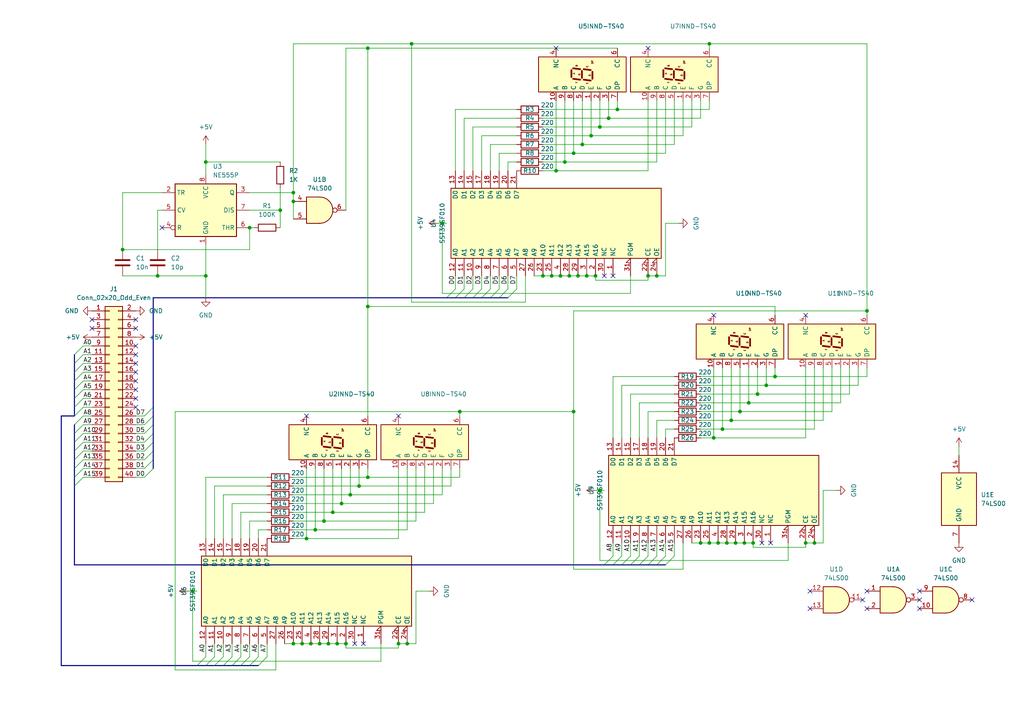
<source format=kicad_sch>
(kicad_sch (version 20211123) (generator eeschema)
  (paper "A4")
  (lib_symbols
    (symbol "74xx:74LS00" (pin_names (offset 1.016))
      (property "Reference" "U" (at 0 1.27 0))
      (property "Value" "74LS00" (at 0 -1.27 0))
      (symbol "74LS00_1_1"
        (pin input line (at -7.62 2.54 0) (length 3.81) (name "~") (number "1"))
        (pin input line (at -7.62 -2.54 0) (length 3.81) (name "~") (number "2"))
        (pin output inverted (at 7.62 0 180) (length 3.81) (name "~") (number "3"))
      )
      (symbol "74LS00_1_2"
        (pin input inverted (at -7.62 2.54 0) (length 4.318) (name "~") (number "1"))
        (pin input inverted (at -7.62 -2.54 0) (length 4.318) (name "~") (number "2"))
        (pin output line (at 7.62 0 180) (length 3.81) (name "~") (number "3"))
      )
      (symbol "74LS00_2_1"
        (pin input line (at -7.62 2.54 0) (length 3.81) (name "~") (number "4"))
        (pin input line (at -7.62 -2.54 0) (length 3.81) (name "~") (number "5"))
        (pin output inverted (at 7.62 0 180) (length 3.81) (name "~") (number "6"))
      )
      (symbol "74LS00_2_2"
        (pin input inverted (at -7.62 2.54 0) (length 4.318) (name "~") (number "4"))
        (pin input inverted (at -7.62 -2.54 0) (length 4.318) (name "~") (number "5"))
        (pin output line (at 7.62 0 180) (length 3.81) (name "~") (number "6"))
      )
      (symbol "74LS00_3_1"
        (pin input line (at -7.62 -2.54 0) (length 3.81) (name "~") (number "10"))
        (pin output inverted (at 7.62 0 180) (length 3.81) (name "~") (number "8"))
        (pin input line (at -7.62 2.54 0) (length 3.81) (name "~") (number "9"))
      )
      (symbol "74LS00_3_2"
        (pin input inverted (at -7.62 -2.54 0) (length 4.318) (name "~") (number "10"))
        (pin output line (at 7.62 0 180) (length 3.81) (name "~") (number "8"))
        (pin input inverted (at -7.62 2.54 0) (length 4.318) (name "~") (number "9"))
      )
      (symbol "74LS00_4_1"
        (pin output inverted (at 7.62 0 180) (length 3.81) (name "~") (number "11"))
        (pin input line (at -7.62 2.54 0) (length 3.81) (name "~") (number "12"))
        (pin input line (at -7.62 -2.54 0) (length 3.81) (name "~") (number "13"))
      )
      (symbol "74LS00_4_2"
        (pin output line (at 7.62 0 180) (length 3.81) (name "~") (number "11"))
        (pin input inverted (at -7.62 2.54 0) (length 4.318) (name "~") (number "12"))
        (pin input inverted (at -7.62 -2.54 0) (length 4.318) (name "~") (number "13"))
      )
      (symbol "74LS00_5_0"
        (pin power_in line (at 0 12.7 270) (length 5.08) (name "VCC") (number "14"))
        (pin power_in line (at 0 -12.7 90) (length 5.08) (name "GND") (number "7"))
      )
    )
    (symbol "Connector_Generic:Conn_02x20_Odd_Even" (pin_names (offset 1.016) hide)
      (property "Reference" "J" (at 1.27 25.4 0))
      (property "Value" "Conn_02x20_Odd_Even" (at 1.27 -27.94 0))
      (symbol "Conn_02x20_Odd_Even_1_1"
        (pin passive line (at -5.08 22.86 0) (length 3.81) (name "Pin_1") (number "1"))
        (pin passive line (at 7.62 12.7 180) (length 3.81) (name "Pin_10") (number "10"))
        (pin passive line (at -5.08 10.16 0) (length 3.81) (name "Pin_11") (number "11"))
        (pin passive line (at 7.62 10.16 180) (length 3.81) (name "Pin_12") (number "12"))
        (pin passive line (at -5.08 7.62 0) (length 3.81) (name "Pin_13") (number "13"))
        (pin passive line (at 7.62 7.62 180) (length 3.81) (name "Pin_14") (number "14"))
        (pin passive line (at -5.08 5.08 0) (length 3.81) (name "Pin_15") (number "15"))
        (pin passive line (at 7.62 5.08 180) (length 3.81) (name "Pin_16") (number "16"))
        (pin passive line (at -5.08 2.54 0) (length 3.81) (name "Pin_17") (number "17"))
        (pin passive line (at 7.62 2.54 180) (length 3.81) (name "Pin_18") (number "18"))
        (pin passive line (at -5.08 0 0) (length 3.81) (name "Pin_19") (number "19"))
        (pin passive line (at 7.62 22.86 180) (length 3.81) (name "Pin_2") (number "2"))
        (pin passive line (at 7.62 0 180) (length 3.81) (name "Pin_20") (number "20"))
        (pin passive line (at -5.08 -2.54 0) (length 3.81) (name "Pin_21") (number "21"))
        (pin passive line (at 7.62 -2.54 180) (length 3.81) (name "Pin_22") (number "22"))
        (pin passive line (at -5.08 -5.08 0) (length 3.81) (name "Pin_23") (number "23"))
        (pin passive line (at 7.62 -5.08 180) (length 3.81) (name "Pin_24") (number "24"))
        (pin passive line (at -5.08 -7.62 0) (length 3.81) (name "Pin_25") (number "25"))
        (pin passive line (at 7.62 -7.62 180) (length 3.81) (name "Pin_26") (number "26"))
        (pin passive line (at -5.08 -10.16 0) (length 3.81) (name "Pin_27") (number "27"))
        (pin passive line (at 7.62 -10.16 180) (length 3.81) (name "Pin_28") (number "28"))
        (pin passive line (at -5.08 -12.7 0) (length 3.81) (name "Pin_29") (number "29"))
        (pin passive line (at -5.08 20.32 0) (length 3.81) (name "Pin_3") (number "3"))
        (pin passive line (at 7.62 -12.7 180) (length 3.81) (name "Pin_30") (number "30"))
        (pin passive line (at -5.08 -15.24 0) (length 3.81) (name "Pin_31") (number "31"))
        (pin passive line (at 7.62 -15.24 180) (length 3.81) (name "Pin_32") (number "32"))
        (pin passive line (at -5.08 -17.78 0) (length 3.81) (name "Pin_33") (number "33"))
        (pin passive line (at 7.62 -17.78 180) (length 3.81) (name "Pin_34") (number "34"))
        (pin passive line (at -5.08 -20.32 0) (length 3.81) (name "Pin_35") (number "35"))
        (pin passive line (at 7.62 -20.32 180) (length 3.81) (name "Pin_36") (number "36"))
        (pin passive line (at -5.08 -22.86 0) (length 3.81) (name "Pin_37") (number "37"))
        (pin passive line (at 7.62 -22.86 180) (length 3.81) (name "Pin_38") (number "38"))
        (pin passive line (at -5.08 -25.4 0) (length 3.81) (name "Pin_39") (number "39"))
        (pin passive line (at 7.62 20.32 180) (length 3.81) (name "Pin_4") (number "4"))
        (pin passive line (at 7.62 -25.4 180) (length 3.81) (name "Pin_40") (number "40"))
        (pin passive line (at -5.08 17.78 0) (length 3.81) (name "Pin_5") (number "5"))
        (pin passive line (at 7.62 17.78 180) (length 3.81) (name "Pin_6") (number "6"))
        (pin passive line (at -5.08 15.24 0) (length 3.81) (name "Pin_7") (number "7"))
        (pin passive line (at 7.62 15.24 180) (length 3.81) (name "Pin_8") (number "8"))
        (pin passive line (at -5.08 12.7 0) (length 3.81) (name "Pin_9") (number "9"))
      )
    )
    (symbol "Device:C" (pin_numbers hide) (pin_names (offset 0.254))
      (property "Reference" "C" (at 0.635 2.54 0))
      (property "Value" "C" (at 0.635 -2.54 0))
      (symbol "C_1_1"
        (pin passive line (at 0 3.81 270) (length 2.794) (name "~") (number "1"))
        (pin passive line (at 0 -3.81 90) (length 2.794) (name "~") (number "2"))
      )
    )
    (symbol "Device:R" (pin_numbers hide) (pin_names (offset 0))
      (property "Reference" "R" (at 2.032 0 90))
      (property "Value" "R" (at 0 0 90))
      (symbol "R_1_1"
        (pin passive line (at 0 3.81 270) (length 1.27) (name "~") (number "1"))
        (pin passive line (at 0 -3.81 90) (length 1.27) (name "~") (number "2"))
      )
    )
    (symbol "INND-TS40_1"
      (property "Reference" "U8" (at 13.97 1.2701 90))
      (property "Value" "INND-TS40" (at 13.97 -1.2699 90))
      (symbol "INND-TS40_1_1_0"
        (text "A" (at 0.254 2.413 0) (effects (font (size 0.508 0.508))))
        (text "B" (at 2.54 1.651 0) (effects (font (size 0.508 0.508))))
        (text "C" (at 2.286 -1.397 0) (effects (font (size 0.508 0.508))))
        (text "D" (at -0.254 -2.159 0) (effects (font (size 0.508 0.508))))
        (text "DP" (at 3.556 -2.921 0) (effects (font (size 0.508 0.508))))
        (text "E" (at -2.54 -1.397 0) (effects (font (size 0.508 0.508))))
        (text "F" (at -2.286 1.651 0) (effects (font (size 0.508 0.508))))
        (text "G" (at 0 0.889 0) (effects (font (size 0.508 0.508))))
      )
      (symbol "INND-TS40_1_1_1"
        (pin input line (at -7.62 -2.54 0) (length 2.54) (name "E") (number "1"))
        (pin input line (at -7.62 7.62 0) (length 2.54) (name "A") (number "10"))
        (pin input line (at -7.62 -5.08 0) (length 2.54) (name "F") (number "2"))
        (pin input line (at -7.62 -7.62 0) (length 2.54) (name "G") (number "3"))
        (pin input line (at 7.62 7.62 180) (length 2.54) (name "NC") (number "4"))
        (pin input line (at -7.62 0 0) (length 2.54) (name "D") (number "5"))
        (pin input line (at 7.62 -10.16 180) (length 2.54) (name "CC") (number "6"))
        (pin input line (at -7.62 -10.16 0) (length 2.54) (name "DP") (number "7"))
        (pin input line (at -7.62 2.54 0) (length 2.54) (name "C") (number "8"))
        (pin input line (at -7.62 5.08 0) (length 2.54) (name "B") (number "9"))
      )
    )
    (symbol "Memory_Flash:SST39SF010"
      (property "Reference" "U" (at 2.54 33.02 0))
      (property "Value" "SST39SF010" (at 0 -30.48 0))
      (symbol "SST39SF010_0_0"
        (pin power_in line (at 0 -30.48 90) (length 1.27) hide (name "GND") (number "16"))
        (pin power_in line (at 0 33.02 270) (length 1.27) hide (name "VCC") (number "32"))
      )
      (symbol "SST39SF010_1_1"
        (pin input line (at -15.24 -15.24 0) (length 5.08) (name "NC") (number "1"))
        (pin input line (at -15.24 25.4 0) (length 5.08) (name "A2") (number "10"))
        (pin input line (at -15.24 27.94 0) (length 5.08) (name "A1") (number "11"))
        (pin input line (at -15.24 30.48 0) (length 5.08) (name "A0") (number "12"))
        (pin tri_state line (at 15.24 30.48 180) (length 5.08) (name "D0") (number "13"))
        (pin tri_state line (at 15.24 27.94 180) (length 5.08) (name "D1") (number "14"))
        (pin tri_state line (at 15.24 25.4 180) (length 5.08) (name "D2") (number "15"))
        (pin tri_state line (at 15.24 22.86 180) (length 5.08) (name "D3") (number "17"))
        (pin tri_state line (at 15.24 20.32 180) (length 5.08) (name "D4") (number "18"))
        (pin tri_state line (at 15.24 17.78 180) (length 5.08) (name "D5") (number "19"))
        (pin input line (at -15.24 -10.16 0) (length 5.08) (name "A16") (number "2"))
        (pin tri_state line (at 15.24 15.24 180) (length 5.08) (name "D6") (number "20"))
        (pin tri_state line (at 15.24 12.7 180) (length 5.08) (name "D7") (number "21"))
        (pin input input_low (at -15.24 -25.4 0) (length 5.08) (name "CE") (number "22"))
        (pin input line (at -15.24 5.08 0) (length 5.08) (name "A10") (number "23"))
        (pin input input_low (at -15.24 -27.94 0) (length 5.08) (name "OE") (number "24"))
        (pin input line (at -15.24 2.54 0) (length 5.08) (name "A11") (number "25"))
        (pin input line (at -15.24 7.62 0) (length 5.08) (name "A9") (number "26"))
        (pin input line (at -15.24 10.16 0) (length 5.08) (name "A8") (number "27"))
        (pin input line (at -15.24 -2.54 0) (length 5.08) (name "A13") (number "28"))
        (pin input line (at -15.24 -5.08 0) (length 5.08) (name "A14") (number "29"))
        (pin input line (at -15.24 -7.62 0) (length 5.08) (name "A15") (number "3"))
        (pin input line (at -15.24 -12.7 0) (length 5.08) (name "NC") (number "30"))
        (pin input input_low (at -15.24 -20.32 0) (length 5.08) (name "PGM") (number "31"))
        (pin input line (at -15.24 0 0) (length 5.08) (name "A12") (number "4"))
        (pin input line (at -15.24 12.7 0) (length 5.08) (name "A7") (number "5"))
        (pin input line (at -15.24 15.24 0) (length 5.08) (name "A6") (number "6"))
        (pin input line (at -15.24 17.78 0) (length 5.08) (name "A5") (number "7"))
        (pin input line (at -15.24 20.32 0) (length 5.08) (name "A4") (number "8"))
        (pin input line (at -15.24 22.86 0) (length 5.08) (name "A3") (number "9"))
      )
    )
    (symbol "Timer:NE555P"
      (property "Reference" "U" (at -10.16 8.89 0))
      (property "Value" "NE555P" (at 2.54 8.89 0))
      (symbol "NE555P_0_0"
        (pin power_in line (at 0 -10.16 90) (length 2.54) (name "GND") (number "1"))
        (pin power_in line (at 0 10.16 270) (length 2.54) (name "VCC") (number "8"))
      )
      (symbol "NE555P_1_1"
        (pin input line (at -12.7 5.08 0) (length 3.81) (name "TR") (number "2"))
        (pin output line (at 12.7 5.08 180) (length 3.81) (name "Q") (number "3"))
        (pin input inverted (at -12.7 -5.08 0) (length 3.81) (name "R") (number "4"))
        (pin input line (at -12.7 0 0) (length 3.81) (name "CV") (number "5"))
        (pin input line (at 12.7 -5.08 180) (length 3.81) (name "THR") (number "6"))
        (pin input line (at 12.7 0 180) (length 3.81) (name "DIS") (number "7"))
      )
    )
    (symbol "power:+5V" (power) (pin_names (offset 0))
      (property "Value" "+5V" (at 0 3.556 0))
      (symbol "+5V_1_1"
        (pin power_in line (at 0 0 90) (length 0) hide (name "+5V") (number "1"))
      )
    )
    (symbol "power:GND" (power) (pin_names (offset 0))
      (property "Value" "GND" (at 0 -3.81 0))
      (symbol "GND_1_1"
        (pin power_in line (at 0 0 270) (length 0) hide (name "GND") (number "1"))
      )
    )
  )
  (junction (at 104.14 140.97))
  (junction (at 173.99 142.24))
  (junction (at 133.35 119.38))
  (junction (at 35.56 72.39))
  (junction (at 209.55 124.46))
  (junction (at 85.09 55.88))
  (junction (at 59.69 46.99))
  (junction (at 85.09 186.69))
  (junction (at 162.56 80.01))
  (junction (at 219.71 114.3))
  (junction (at 106.68 88.9))
  (junction (at 205.74 157.48))
  (junction (at 210.82 157.48))
  (junction (at 165.1 80.01))
  (junction (at 170.18 80.01))
  (junction (at 215.9 157.48))
  (junction (at 93.98 151.13))
  (junction (at 97.79 186.69))
  (junction (at 166.37 119.38))
  (junction (at 85.09 58.42))
  (junction (at 214.63 119.38))
  (junction (at 81.28 60.96))
  (junction (at 173.99 36.83))
  (junction (at 88.9 156.21))
  (junction (at 233.68 157.48))
  (junction (at 92.71 186.69))
  (junction (at 218.44 157.48))
  (junction (at 59.69 80.01))
  (junction (at 212.09 121.92))
  (junction (at 251.46 90.17))
  (junction (at 161.29 49.53))
  (junction (at 179.07 31.75))
  (junction (at 176.53 34.29))
  (junction (at 205.74 12.7))
  (junction (at 224.79 109.22))
  (junction (at 95.25 186.69))
  (junction (at 160.02 80.01))
  (junction (at 128.27 64.77))
  (junction (at 187.96 80.01))
  (junction (at 213.36 157.48))
  (junction (at 55.88 171.45))
  (junction (at 163.83 46.99))
  (junction (at 157.48 80.01))
  (junction (at 119.38 12.7))
  (junction (at 118.11 186.69))
  (junction (at 208.28 157.48))
  (junction (at 106.68 13.97))
  (junction (at 190.5 80.01))
  (junction (at 168.91 41.91))
  (junction (at 106.68 138.43))
  (junction (at 87.63 186.69))
  (junction (at 101.6 143.51))
  (junction (at 100.33 186.69))
  (junction (at 207.01 127))
  (junction (at 172.72 80.01))
  (junction (at 91.44 153.67))
  (junction (at 166.37 44.45))
  (junction (at 115.57 186.69))
  (junction (at 203.2 157.48))
  (junction (at 90.17 186.69))
  (junction (at 222.25 111.76))
  (junction (at 72.39 66.04))
  (junction (at 236.22 157.48))
  (junction (at 96.52 148.59))
  (junction (at 217.17 116.84))
  (junction (at 99.06 146.05))
  (junction (at 167.64 80.01))
  (junction (at 171.45 39.37))
  (junction (at 45.72 80.01))
  (no_connect (at 105.41 186.69))
  (no_connect (at 175.26 80.01))
  (no_connect (at 177.8 80.01))
  (no_connect (at 220.98 157.48))
  (no_connect (at 39.37 100.33))
  (no_connect (at 39.37 113.03))
  (no_connect (at 26.67 95.25))
  (no_connect (at 26.67 92.71))
  (no_connect (at 39.37 92.71))
  (no_connect (at 39.37 95.25))
  (no_connect (at 39.37 102.87))
  (no_connect (at 39.37 105.41))
  (no_connect (at 39.37 107.95))
  (no_connect (at 39.37 110.49))
  (no_connect (at 39.37 118.11))
  (no_connect (at 39.37 115.57))
  (no_connect (at 251.46 171.45))
  (no_connect (at 251.46 176.53))
  (no_connect (at 266.7 173.99))
  (no_connect (at 207.01 91.44))
  (no_connect (at 88.9 120.65))
  (no_connect (at 115.57 120.65))
  (no_connect (at 234.95 171.45))
  (no_connect (at 234.95 176.53))
  (no_connect (at 266.7 176.53))
  (no_connect (at 266.7 171.45))
  (no_connect (at 102.87 186.69))
  (no_connect (at 223.52 157.48))
  (no_connect (at 46.99 66.04))
  (no_connect (at 187.96 13.97))
  (no_connect (at 161.29 13.97))
  (no_connect (at 250.19 173.99))
  (no_connect (at 281.94 173.99))
  (no_connect (at 233.68 91.44))
  (bus_entry (at 137.16 86.36) (size 2.54 -2.54))
  (bus_entry (at 134.62 86.36) (size 2.54 -2.54))
  (bus_entry (at 129.54 86.36) (size 2.54 -2.54))
  (bus_entry (at 132.08 86.36) (size 2.54 -2.54))
  (bus_entry (at 142.24 86.36) (size 2.54 -2.54))
  (bus_entry (at 139.7 86.36) (size 2.54 -2.54))
  (bus_entry (at 187.96 163.83) (size 2.54 -2.54))
  (bus_entry (at 193.04 163.83) (size 2.54 -2.54))
  (bus_entry (at 72.39 193.04) (size 2.54 -2.54))
  (bus_entry (at 64.77 193.04) (size 2.54 -2.54))
  (bus_entry (at 182.88 163.83) (size 2.54 -2.54))
  (bus_entry (at 21.59 115.57) (size 2.54 -2.54))
  (bus_entry (at 21.59 118.11) (size 2.54 -2.54))
  (bus_entry (at 21.59 120.65) (size 2.54 -2.54))
  (bus_entry (at 21.59 113.03) (size 2.54 -2.54))
  (bus_entry (at 21.59 133.35) (size 2.54 -2.54))
  (bus_entry (at 21.59 130.81) (size 2.54 -2.54))
  (bus_entry (at 21.59 135.89) (size 2.54 -2.54))
  (bus_entry (at 21.59 138.43) (size 2.54 -2.54))
  (bus_entry (at 21.59 123.19) (size 2.54 -2.54))
  (bus_entry (at 21.59 128.27) (size 2.54 -2.54))
  (bus_entry (at 21.59 125.73) (size 2.54 -2.54))
  (bus_entry (at 21.59 102.87) (size 2.54 -2.54))
  (bus_entry (at 21.59 105.41) (size 2.54 -2.54))
  (bus_entry (at 21.59 110.49) (size 2.54 -2.54))
  (bus_entry (at 21.59 107.95) (size 2.54 -2.54))
  (bus_entry (at 41.91 138.43) (size 2.54 -2.54))
  (bus_entry (at 41.91 135.89) (size 2.54 -2.54))
  (bus_entry (at 41.91 123.19) (size 2.54 -2.54))
  (bus_entry (at 41.91 128.27) (size 2.54 -2.54))
  (bus_entry (at 41.91 125.73) (size 2.54 -2.54))
  (bus_entry (at 21.59 140.97) (size 2.54 -2.54))
  (bus_entry (at 41.91 133.35) (size 2.54 -2.54))
  (bus_entry (at 41.91 130.81) (size 2.54 -2.54))
  (bus_entry (at 41.91 120.65) (size 2.54 -2.54))
  (bus_entry (at 177.8 163.83) (size 2.54 -2.54))
  (bus_entry (at 190.5 163.83) (size 2.54 -2.54))
  (bus_entry (at 175.26 163.83) (size 2.54 -2.54))
  (bus_entry (at 59.69 193.04) (size 2.54 -2.54))
  (bus_entry (at 57.15 193.04) (size 2.54 -2.54))
  (bus_entry (at 180.34 163.83) (size 2.54 -2.54))
  (bus_entry (at 74.93 193.04) (size 2.54 -2.54))
  (bus_entry (at 62.23 193.04) (size 2.54 -2.54))
  (bus_entry (at 67.31 193.04) (size 2.54 -2.54))
  (bus_entry (at 185.42 163.83) (size 2.54 -2.54))
  (bus_entry (at 69.85 193.04) (size 2.54 -2.54))
  (bus_entry (at 144.78 86.36) (size 2.54 -2.54))
  (bus_entry (at 147.32 86.36) (size 2.54 -2.54))
  (wire (pts (xy 157.48 49.53) (xy 161.29 49.53)))
  (wire (pts (xy 175.26 142.24) (xy 173.99 142.24)))
  (wire (pts (xy 217.17 116.84) (xy 203.2 116.84)))
  (wire (pts (xy 193.04 80.01) (xy 190.5 80.01)))
  (wire (pts (xy 251.46 90.17) (xy 251.46 91.44)))
  (wire (pts (xy 115.57 186.69) (xy 118.11 186.69)))
  (wire (pts (xy 149.86 39.37) (xy 139.7 39.37)))
  (wire (pts (xy 149.86 80.01) (xy 149.86 83.82)))
  (bus (pts (xy 21.59 113.03) (xy 21.59 115.57)))
  (wire (pts (xy 110.49 186.69) (xy 110.49 191.77)))
  (wire (pts (xy 85.09 151.13) (xy 93.98 151.13)))
  (wire (pts (xy 59.69 80.01) (xy 45.72 80.01)))
  (wire (pts (xy 59.69 71.12) (xy 59.69 80.01)))
  (wire (pts (xy 246.38 114.3) (xy 219.71 114.3)))
  (wire (pts (xy 241.3 119.38) (xy 214.63 119.38)))
  (bus (pts (xy 129.54 86.36) (xy 44.45 86.36)))
  (bus (pts (xy 21.59 138.43) (xy 21.59 140.97)))
  (wire (pts (xy 57.15 171.45) (xy 55.88 171.45)))
  (wire (pts (xy 246.38 106.68) (xy 246.38 114.3)))
  (bus (pts (xy 72.39 193.04) (xy 74.93 193.04)))
  (wire (pts (xy 99.06 146.05) (xy 85.09 146.05)))
  (wire (pts (xy 238.76 142.24) (xy 238.76 157.48)))
  (wire (pts (xy 55.88 191.77) (xy 55.88 171.45)))
  (wire (pts (xy 195.58 114.3) (xy 182.88 114.3)))
  (wire (pts (xy 144.78 80.01) (xy 144.78 83.82)))
  (bus (pts (xy 144.78 86.36) (xy 147.32 86.36)))
  (wire (pts (xy 187.96 80.01) (xy 190.5 80.01)))
  (wire (pts (xy 93.98 151.13) (xy 93.98 135.89)))
  (wire (pts (xy 115.57 186.69) (xy 115.57 187.96)))
  (bus (pts (xy 21.59 125.73) (xy 21.59 128.27)))
  (wire (pts (xy 200.66 157.48) (xy 203.2 157.48)))
  (wire (pts (xy 195.58 29.21) (xy 195.58 41.91)))
  (wire (pts (xy 195.58 124.46) (xy 193.04 124.46)))
  (wire (pts (xy 200.66 36.83) (xy 173.99 36.83)))
  (wire (pts (xy 198.12 39.37) (xy 171.45 39.37)))
  (wire (pts (xy 134.62 34.29) (xy 134.62 49.53)))
  (wire (pts (xy 251.46 106.68) (xy 251.46 109.22)))
  (wire (pts (xy 173.99 142.24) (xy 172.72 142.24)))
  (wire (pts (xy 130.81 135.89) (xy 130.81 140.97)))
  (wire (pts (xy 74.93 153.67) (xy 74.93 156.21)))
  (wire (pts (xy 67.31 186.69) (xy 67.31 190.5)))
  (wire (pts (xy 203.2 34.29) (xy 176.53 34.29)))
  (wire (pts (xy 80.01 194.31) (xy 50.8 194.31)))
  (wire (pts (xy 198.12 165.1) (xy 166.37 165.1)))
  (wire (pts (xy 157.48 31.75) (xy 179.07 31.75)))
  (wire (pts (xy 24.13 115.57) (xy 26.67 115.57)))
  (bus (pts (xy 187.96 163.83) (xy 190.5 163.83)))
  (wire (pts (xy 187.96 119.38) (xy 187.96 127)))
  (wire (pts (xy 55.88 171.45) (xy 54.61 171.45)))
  (wire (pts (xy 203.2 29.21) (xy 203.2 34.29)))
  (wire (pts (xy 133.35 119.38) (xy 166.37 119.38)))
  (wire (pts (xy 149.86 34.29) (xy 134.62 34.29)))
  (wire (pts (xy 125.73 135.89) (xy 125.73 146.05)))
  (bus (pts (xy 180.34 163.83) (xy 182.88 163.83)))
  (wire (pts (xy 241.3 106.68) (xy 241.3 119.38)))
  (wire (pts (xy 180.34 157.48) (xy 180.34 161.29)))
  (wire (pts (xy 85.09 186.69) (xy 87.63 186.69)))
  (wire (pts (xy 88.9 156.21) (xy 88.9 135.89)))
  (wire (pts (xy 82.55 186.69) (xy 85.09 186.69)))
  (bus (pts (xy 44.45 118.11) (xy 44.45 120.65)))
  (wire (pts (xy 85.09 12.7) (xy 119.38 12.7)))
  (wire (pts (xy 24.13 107.95) (xy 26.67 107.95)))
  (wire (pts (xy 106.68 135.89) (xy 106.68 138.43)))
  (wire (pts (xy 190.5 121.92) (xy 190.5 127)))
  (wire (pts (xy 119.38 12.7) (xy 119.38 87.63)))
  (wire (pts (xy 224.79 88.9) (xy 224.79 91.44)))
  (wire (pts (xy 72.39 55.88) (xy 85.09 55.88)))
  (wire (pts (xy 152.4 87.63) (xy 119.38 87.63)))
  (wire (pts (xy 157.48 36.83) (xy 173.99 36.83)))
  (wire (pts (xy 203.2 109.22) (xy 224.79 109.22)))
  (bus (pts (xy 64.77 193.04) (xy 67.31 193.04)))
  (wire (pts (xy 238.76 121.92) (xy 212.09 121.92)))
  (wire (pts (xy 39.37 130.81) (xy 41.91 130.81)))
  (bus (pts (xy 44.45 130.81) (xy 44.45 133.35)))
  (wire (pts (xy 149.86 31.75) (xy 132.08 31.75)))
  (wire (pts (xy 187.96 29.21) (xy 187.96 49.53)))
  (wire (pts (xy 124.46 171.45) (xy 120.65 171.45)))
  (wire (pts (xy 95.25 186.69) (xy 97.79 186.69)))
  (wire (pts (xy 187.96 157.48) (xy 187.96 161.29)))
  (wire (pts (xy 133.35 119.38) (xy 133.35 120.65)))
  (wire (pts (xy 203.2 121.92) (xy 212.09 121.92)))
  (wire (pts (xy 149.86 41.91) (xy 142.24 41.91)))
  (wire (pts (xy 24.13 135.89) (xy 26.67 135.89)))
  (wire (pts (xy 203.2 119.38) (xy 214.63 119.38)))
  (wire (pts (xy 176.53 34.29) (xy 157.48 34.29)))
  (wire (pts (xy 59.69 41.91) (xy 59.69 46.99)))
  (wire (pts (xy 233.68 157.48) (xy 236.22 157.48)))
  (wire (pts (xy 172.72 81.28) (xy 172.72 80.01)))
  (bus (pts (xy 21.59 115.57) (xy 21.59 118.11)))
  (bus (pts (xy 17.78 120.65) (xy 17.78 193.04)))
  (wire (pts (xy 72.39 60.96) (xy 81.28 60.96)))
  (wire (pts (xy 157.48 41.91) (xy 168.91 41.91)))
  (wire (pts (xy 195.58 119.38) (xy 187.96 119.38)))
  (wire (pts (xy 205.74 29.21) (xy 205.74 31.75)))
  (wire (pts (xy 128.27 85.09) (xy 128.27 64.77)))
  (wire (pts (xy 106.68 88.9) (xy 224.79 88.9)))
  (bus (pts (xy 177.8 163.83) (xy 180.34 163.83)))
  (wire (pts (xy 106.68 13.97) (xy 179.07 13.97)))
  (wire (pts (xy 242.57 142.24) (xy 238.76 142.24)))
  (wire (pts (xy 167.64 80.01) (xy 170.18 80.01)))
  (wire (pts (xy 46.99 60.96) (xy 45.72 60.96)))
  (wire (pts (xy 205.74 157.48) (xy 208.28 157.48)))
  (wire (pts (xy 91.44 135.89) (xy 91.44 153.67)))
  (wire (pts (xy 205.74 31.75) (xy 179.07 31.75)))
  (wire (pts (xy 128.27 143.51) (xy 101.6 143.51)))
  (wire (pts (xy 115.57 187.96) (xy 100.33 187.96)))
  (bus (pts (xy 57.15 193.04) (xy 59.69 193.04)))
  (wire (pts (xy 217.17 106.68) (xy 217.17 116.84)))
  (wire (pts (xy 207.01 127) (xy 207.01 106.68)))
  (wire (pts (xy 24.13 113.03) (xy 26.67 113.03)))
  (wire (pts (xy 193.04 124.46) (xy 193.04 127)))
  (wire (pts (xy 190.5 46.99) (xy 163.83 46.99)))
  (wire (pts (xy 80.01 186.69) (xy 80.01 194.31)))
  (bus (pts (xy 21.59 163.83) (xy 175.26 163.83)))
  (wire (pts (xy 45.72 60.96) (xy 45.72 72.39)))
  (wire (pts (xy 24.13 105.41) (xy 26.67 105.41)))
  (wire (pts (xy 154.94 80.01) (xy 157.48 80.01)))
  (wire (pts (xy 87.63 186.69) (xy 90.17 186.69)))
  (wire (pts (xy 144.78 44.45) (xy 144.78 49.53)))
  (bus (pts (xy 44.45 120.65) (xy 44.45 123.19)))
  (wire (pts (xy 228.6 162.56) (xy 173.99 162.56)))
  (wire (pts (xy 99.06 135.89) (xy 99.06 146.05)))
  (wire (pts (xy 185.42 157.48) (xy 185.42 161.29)))
  (wire (pts (xy 120.65 186.69) (xy 118.11 186.69)))
  (wire (pts (xy 24.13 100.33) (xy 26.67 100.33)))
  (wire (pts (xy 187.96 80.01) (xy 187.96 81.28)))
  (wire (pts (xy 81.28 66.04) (xy 81.28 60.96)))
  (wire (pts (xy 50.8 119.38) (xy 133.35 119.38)))
  (wire (pts (xy 203.2 127) (xy 207.01 127)))
  (wire (pts (xy 96.52 148.59) (xy 96.52 135.89)))
  (wire (pts (xy 101.6 143.51) (xy 101.6 135.89)))
  (wire (pts (xy 120.65 151.13) (xy 93.98 151.13)))
  (wire (pts (xy 77.47 143.51) (xy 64.77 143.51)))
  (wire (pts (xy 195.58 111.76) (xy 180.34 111.76)))
  (wire (pts (xy 149.86 46.99) (xy 147.32 46.99)))
  (wire (pts (xy 100.33 13.97) (xy 100.33 60.96)))
  (bus (pts (xy 21.59 102.87) (xy 21.59 105.41)))
  (wire (pts (xy 35.56 72.39) (xy 72.39 72.39)))
  (wire (pts (xy 213.36 157.48) (xy 215.9 157.48)))
  (wire (pts (xy 69.85 186.69) (xy 69.85 190.5)))
  (wire (pts (xy 90.17 186.69) (xy 92.71 186.69)))
  (wire (pts (xy 97.79 186.69) (xy 100.33 186.69)))
  (wire (pts (xy 203.2 157.48) (xy 205.74 157.48)))
  (wire (pts (xy 182.88 80.01) (xy 182.88 85.09)))
  (wire (pts (xy 130.81 140.97) (xy 104.14 140.97)))
  (wire (pts (xy 123.19 148.59) (xy 96.52 148.59)))
  (bus (pts (xy 142.24 86.36) (xy 144.78 86.36)))
  (wire (pts (xy 173.99 36.83) (xy 173.99 29.21)))
  (wire (pts (xy 64.77 186.69) (xy 64.77 190.5)))
  (wire (pts (xy 110.49 191.77) (xy 55.88 191.77)))
  (wire (pts (xy 100.33 13.97) (xy 106.68 13.97)))
  (wire (pts (xy 39.37 133.35) (xy 41.91 133.35)))
  (wire (pts (xy 195.58 41.91) (xy 168.91 41.91)))
  (wire (pts (xy 218.44 158.75) (xy 218.44 157.48)))
  (wire (pts (xy 149.86 44.45) (xy 144.78 44.45)))
  (wire (pts (xy 77.47 148.59) (xy 69.85 148.59)))
  (wire (pts (xy 248.92 106.68) (xy 248.92 111.76)))
  (wire (pts (xy 190.5 29.21) (xy 190.5 46.99)))
  (wire (pts (xy 106.68 13.97) (xy 106.68 88.9)))
  (wire (pts (xy 215.9 157.48) (xy 218.44 157.48)))
  (wire (pts (xy 166.37 90.17) (xy 251.46 90.17)))
  (wire (pts (xy 120.65 171.45) (xy 120.65 186.69)))
  (wire (pts (xy 39.37 138.43) (xy 41.91 138.43)))
  (bus (pts (xy 17.78 193.04) (xy 57.15 193.04)))
  (wire (pts (xy 219.71 114.3) (xy 219.71 106.68)))
  (bus (pts (xy 21.59 130.81) (xy 21.59 133.35)))
  (bus (pts (xy 69.85 193.04) (xy 72.39 193.04)))
  (wire (pts (xy 39.37 135.89) (xy 41.91 135.89)))
  (wire (pts (xy 24.13 110.49) (xy 26.67 110.49)))
  (wire (pts (xy 85.09 148.59) (xy 96.52 148.59)))
  (wire (pts (xy 222.25 111.76) (xy 203.2 111.76)))
  (wire (pts (xy 233.68 157.48) (xy 233.68 158.75)))
  (wire (pts (xy 187.96 49.53) (xy 161.29 49.53)))
  (wire (pts (xy 233.68 127) (xy 207.01 127)))
  (wire (pts (xy 243.84 106.68) (xy 243.84 116.84)))
  (wire (pts (xy 24.13 102.87) (xy 26.67 102.87)))
  (wire (pts (xy 24.13 133.35) (xy 26.67 133.35)))
  (wire (pts (xy 142.24 41.91) (xy 142.24 49.53)))
  (bus (pts (xy 67.31 193.04) (xy 69.85 193.04)))
  (wire (pts (xy 228.6 157.48) (xy 228.6 162.56)))
  (wire (pts (xy 165.1 80.01) (xy 167.64 80.01)))
  (bus (pts (xy 21.59 140.97) (xy 21.59 163.83)))
  (bus (pts (xy 21.59 107.95) (xy 21.59 110.49)))
  (wire (pts (xy 91.44 153.67) (xy 85.09 153.67)))
  (wire (pts (xy 104.14 140.97) (xy 85.09 140.97)))
  (wire (pts (xy 62.23 186.69) (xy 62.23 190.5)))
  (wire (pts (xy 163.83 29.21) (xy 163.83 46.99)))
  (bus (pts (xy 59.69 193.04) (xy 62.23 193.04)))
  (wire (pts (xy 182.88 114.3) (xy 182.88 127)))
  (wire (pts (xy 77.47 146.05) (xy 67.31 146.05)))
  (wire (pts (xy 77.47 138.43) (xy 59.69 138.43)))
  (wire (pts (xy 77.47 151.13) (xy 72.39 151.13)))
  (wire (pts (xy 115.57 135.89) (xy 115.57 156.21)))
  (wire (pts (xy 137.16 80.01) (xy 137.16 83.82)))
  (wire (pts (xy 85.09 143.51) (xy 101.6 143.51)))
  (wire (pts (xy 118.11 135.89) (xy 118.11 153.67)))
  (wire (pts (xy 85.09 156.21) (xy 88.9 156.21)))
  (wire (pts (xy 24.13 128.27) (xy 26.67 128.27)))
  (wire (pts (xy 198.12 157.48) (xy 198.12 165.1)))
  (wire (pts (xy 128.27 64.77) (xy 127 64.77)))
  (wire (pts (xy 198.12 29.21) (xy 198.12 39.37)))
  (wire (pts (xy 233.68 158.75) (xy 218.44 158.75)))
  (wire (pts (xy 193.04 157.48) (xy 193.04 161.29)))
  (bus (pts (xy 21.59 135.89) (xy 21.59 138.43)))
  (wire (pts (xy 203.2 114.3) (xy 219.71 114.3)))
  (wire (pts (xy 59.69 138.43) (xy 59.69 156.21)))
  (wire (pts (xy 190.5 157.48) (xy 190.5 161.29)))
  (wire (pts (xy 243.84 116.84) (xy 217.17 116.84)))
  (bus (pts (xy 44.45 125.73) (xy 44.45 128.27)))
  (wire (pts (xy 236.22 106.68) (xy 236.22 124.46)))
  (wire (pts (xy 171.45 29.21) (xy 171.45 39.37)))
  (wire (pts (xy 142.24 80.01) (xy 142.24 83.82)))
  (wire (pts (xy 238.76 106.68) (xy 238.76 121.92)))
  (wire (pts (xy 222.25 106.68) (xy 222.25 111.76)))
  (wire (pts (xy 157.48 44.45) (xy 166.37 44.45)))
  (wire (pts (xy 128.27 135.89) (xy 128.27 143.51)))
  (wire (pts (xy 161.29 49.53) (xy 161.29 29.21)))
  (wire (pts (xy 100.33 187.96) (xy 100.33 186.69)))
  (wire (pts (xy 187.96 81.28) (xy 172.72 81.28)))
  (wire (pts (xy 92.71 186.69) (xy 95.25 186.69)))
  (bus (pts (xy 21.59 123.19) (xy 21.59 125.73)))
  (bus (pts (xy 139.7 86.36) (xy 142.24 86.36)))
  (wire (pts (xy 182.88 157.48) (xy 182.88 161.29)))
  (wire (pts (xy 139.7 80.01) (xy 139.7 83.82)))
  (wire (pts (xy 196.85 64.77) (xy 193.04 64.77)))
  (bus (pts (xy 44.45 128.27) (xy 44.45 130.81)))
  (wire (pts (xy 193.04 64.77) (xy 193.04 80.01)))
  (wire (pts (xy 193.04 29.21) (xy 193.04 44.45)))
  (wire (pts (xy 129.54 64.77) (xy 128.27 64.77)))
  (wire (pts (xy 85.09 55.88) (xy 85.09 58.42)))
  (wire (pts (xy 59.69 46.99) (xy 81.28 46.99)))
  (wire (pts (xy 170.18 80.01) (xy 172.72 80.01)))
  (wire (pts (xy 214.63 119.38) (xy 214.63 106.68)))
  (wire (pts (xy 24.13 125.73) (xy 26.67 125.73)))
  (wire (pts (xy 251.46 109.22) (xy 224.79 109.22)))
  (wire (pts (xy 209.55 124.46) (xy 203.2 124.46)))
  (wire (pts (xy 77.47 186.69) (xy 77.47 190.5)))
  (bus (pts (xy 175.26 163.83) (xy 177.8 163.83)))
  (wire (pts (xy 149.86 36.83) (xy 137.16 36.83)))
  (wire (pts (xy 173.99 162.56) (xy 173.99 142.24)))
  (bus (pts (xy 44.45 133.35) (xy 44.45 135.89)))
  (wire (pts (xy 233.68 106.68) (xy 233.68 127)))
  (wire (pts (xy 119.38 12.7) (xy 205.74 12.7)))
  (wire (pts (xy 137.16 36.83) (xy 137.16 49.53)))
  (bus (pts (xy 132.08 86.36) (xy 134.62 86.36)))
  (wire (pts (xy 85.09 12.7) (xy 85.09 55.88)))
  (wire (pts (xy 118.11 153.67) (xy 91.44 153.67)))
  (wire (pts (xy 72.39 186.69) (xy 72.39 190.5)))
  (wire (pts (xy 35.56 55.88) (xy 35.56 72.39)))
  (wire (pts (xy 81.28 54.61) (xy 81.28 60.96)))
  (wire (pts (xy 171.45 39.37) (xy 157.48 39.37)))
  (wire (pts (xy 24.13 118.11) (xy 26.67 118.11)))
  (wire (pts (xy 72.39 66.04) (xy 73.66 66.04)))
  (wire (pts (xy 195.58 109.22) (xy 177.8 109.22)))
  (wire (pts (xy 208.28 157.48) (xy 210.82 157.48)))
  (wire (pts (xy 210.82 157.48) (xy 213.36 157.48)))
  (bus (pts (xy 129.54 86.36) (xy 132.08 86.36)))
  (wire (pts (xy 139.7 39.37) (xy 139.7 49.53)))
  (wire (pts (xy 125.73 146.05) (xy 99.06 146.05)))
  (wire (pts (xy 163.83 46.99) (xy 157.48 46.99)))
  (wire (pts (xy 238.76 157.48) (xy 236.22 157.48)))
  (wire (pts (xy 59.69 186.69) (xy 59.69 190.5)))
  (bus (pts (xy 21.59 105.41) (xy 21.59 107.95)))
  (wire (pts (xy 50.8 119.38) (xy 50.8 194.31)))
  (bus (pts (xy 185.42 163.83) (xy 187.96 163.83)))
  (wire (pts (xy 24.13 138.43) (xy 26.67 138.43)))
  (wire (pts (xy 236.22 124.46) (xy 209.55 124.46)))
  (wire (pts (xy 62.23 140.97) (xy 62.23 156.21)))
  (bus (pts (xy 190.5 163.83) (xy 193.04 163.83)))
  (wire (pts (xy 69.85 148.59) (xy 69.85 156.21)))
  (wire (pts (xy 39.37 128.27) (xy 41.91 128.27)))
  (wire (pts (xy 39.37 120.65) (xy 41.91 120.65)))
  (wire (pts (xy 85.09 58.42) (xy 85.09 63.5)))
  (bus (pts (xy 21.59 120.65) (xy 17.78 120.65)))
  (wire (pts (xy 104.14 135.89) (xy 104.14 140.97)))
  (wire (pts (xy 179.07 29.21) (xy 179.07 31.75)))
  (wire (pts (xy 209.55 106.68) (xy 209.55 124.46)))
  (wire (pts (xy 195.58 121.92) (xy 190.5 121.92)))
  (wire (pts (xy 134.62 80.01) (xy 134.62 83.82)))
  (bus (pts (xy 134.62 86.36) (xy 137.16 86.36)))
  (wire (pts (xy 67.31 146.05) (xy 67.31 156.21)))
  (wire (pts (xy 106.68 120.65) (xy 106.68 88.9)))
  (wire (pts (xy 200.66 29.21) (xy 200.66 36.83)))
  (wire (pts (xy 193.04 44.45) (xy 166.37 44.45)))
  (bus (pts (xy 182.88 163.83) (xy 185.42 163.83)))
  (wire (pts (xy 59.69 46.99) (xy 59.69 50.8)))
  (wire (pts (xy 176.53 29.21) (xy 176.53 34.29)))
  (wire (pts (xy 177.8 157.48) (xy 177.8 161.29)))
  (wire (pts (xy 64.77 143.51) (xy 64.77 156.21)))
  (wire (pts (xy 157.48 80.01) (xy 160.02 80.01)))
  (wire (pts (xy 248.92 111.76) (xy 222.25 111.76)))
  (wire (pts (xy 185.42 116.84) (xy 185.42 127)))
  (bus (pts (xy 44.45 86.36) (xy 44.45 118.11)))
  (wire (pts (xy 35.56 80.01) (xy 45.72 80.01)))
  (wire (pts (xy 195.58 116.84) (xy 185.42 116.84)))
  (wire (pts (xy 39.37 125.73) (xy 41.91 125.73)))
  (wire (pts (xy 24.13 123.19) (xy 26.67 123.19)))
  (wire (pts (xy 59.69 80.01) (xy 59.69 86.36)))
  (wire (pts (xy 133.35 135.89) (xy 133.35 138.43)))
  (wire (pts (xy 168.91 41.91) (xy 168.91 29.21)))
  (wire (pts (xy 166.37 44.45) (xy 166.37 29.21)))
  (wire (pts (xy 224.79 106.68) (xy 224.79 109.22)))
  (wire (pts (xy 39.37 123.19) (xy 41.91 123.19)))
  (wire (pts (xy 166.37 119.38) (xy 166.37 90.17)))
  (wire (pts (xy 177.8 109.22) (xy 177.8 127)))
  (wire (pts (xy 205.74 12.7) (xy 251.46 12.7)))
  (wire (pts (xy 77.47 140.97) (xy 62.23 140.97)))
  (bus (pts (xy 21.59 128.27) (xy 21.59 130.81)))
  (bus (pts (xy 44.45 123.19) (xy 44.45 125.73)))
  (wire (pts (xy 160.02 80.01) (xy 162.56 80.01)))
  (wire (pts (xy 182.88 85.09) (xy 128.27 85.09)))
  (bus (pts (xy 62.23 193.04) (xy 64.77 193.04)))
  (wire (pts (xy 212.09 121.92) (xy 212.09 106.68)))
  (bus (pts (xy 137.16 86.36) (xy 139.7 86.36)))
  (wire (pts (xy 46.99 55.88) (xy 35.56 55.88)))
  (wire (pts (xy 180.34 111.76) (xy 180.34 127)))
  (wire (pts (xy 24.13 130.81) (xy 26.67 130.81)))
  (wire (pts (xy 72.39 151.13) (xy 72.39 156.21)))
  (wire (pts (xy 132.08 31.75) (xy 132.08 49.53)))
  (wire (pts (xy 85.09 138.43) (xy 106.68 138.43)))
  (wire (pts (xy 72.39 72.39) (xy 72.39 66.04)))
  (wire (pts (xy 162.56 80.01) (xy 165.1 80.01)))
  (wire (pts (xy 123.19 135.89) (xy 123.19 148.59)))
  (wire (pts (xy 74.93 186.69) (xy 74.93 190.5)))
  (bus (pts (xy 21.59 118.11) (xy 21.59 120.65)))
  (wire (pts (xy 251.46 12.7) (xy 251.46 90.17)))
  (wire (pts (xy 147.32 46.99) (xy 147.32 49.53)))
  (wire (pts (xy 278.13 129.54) (xy 278.13 132.08)))
  (wire (pts (xy 77.47 153.67) (xy 74.93 153.67)))
  (wire (pts (xy 152.4 80.01) (xy 152.4 87.63)))
  (wire (pts (xy 133.35 138.43) (xy 106.68 138.43)))
  (wire (pts (xy 115.57 156.21) (xy 88.9 156.21)))
  (bus (pts (xy 21.59 133.35) (xy 21.59 135.89)))
  (bus (pts (xy 21.59 110.49) (xy 21.59 113.03)))
  (wire (pts (xy 205.74 12.7) (xy 205.74 13.97)))
  (wire (pts (xy 166.37 119.38) (xy 166.37 165.1)))
  (wire (pts (xy 120.65 135.89) (xy 120.65 151.13)))
  (wire (pts (xy 24.13 120.65) (xy 26.67 120.65)))
  (wire (pts (xy 147.32 80.01) (xy 147.32 83.82)))
  (wire (pts (xy 132.08 80.01) (xy 132.08 83.82)))
  (wire (pts (xy 195.58 157.48) (xy 195.58 161.29)))
  (label "A1" (at 62.23 189.23 90))
  (label "A6" (at 74.93 189.23 90))
  (label "A4" (at 69.85 189.23 90))
  (label "D6" (at 147.32 82.55 90))
  (label "A0" (at 59.69 189.23 90))
  (label "A0" (at 24.13 100.33 0))
  (label "A9" (at 180.34 160.02 90))
  (label "A8" (at 24.13 120.65 0))
  (label "D7" (at 149.86 82.55 90))
  (label "D6" (at 39.37 123.19 0))
  (label "A13" (at 190.5 160.02 90))
  (label "A1" (at 24.13 102.87 0))
  (label "A10" (at 24.13 125.73 0))
  (label "D4" (at 142.24 82.55 90))
  (label "A2" (at 64.77 189.23 90))
  (label "A7" (at 77.47 189.23 90))
  (label "A11" (at 185.42 160.02 90))
  (label "D2" (at 39.37 133.35 0))
  (label "D3" (at 139.7 82.55 90))
  (label "D5" (at 39.37 125.73 0))
  (label "A10" (at 182.88 160.02 90))
  (label "A5" (at 72.39 189.23 90))
  (label "A7" (at 24.13 118.11 0))
  (label "D2" (at 137.16 82.55 90))
  (label "A2" (at 24.13 105.41 0))
  (label "D3" (at 39.37 130.81 0))
  (label "A8" (at 177.8 160.02 90))
  (label "D0" (at 39.37 138.43 0))
  (label "A15" (at 24.13 138.43 0))
  (label "D7" (at 39.37 120.65 0))
  (label "D5" (at 144.78 82.55 90))
  (label "A3" (at 67.31 189.23 90))
  (label "A3" (at 24.13 107.95 0))
  (label "A14" (at 24.13 135.89 0))
  (label "D1" (at 39.37 135.89 0))
  (label "A4" (at 24.13 110.49 0))
  (label "A12" (at 187.96 160.02 90))
  (label "A11" (at 24.13 128.27 0))
  (label "D0" (at 132.08 82.55 90))
  (label "D1" (at 134.62 82.55 90))
  (label "A13" (at 24.13 133.35 0))
  (label "A9" (at 24.13 123.19 0))
  (label "A12" (at 24.13 130.81 0))
  (label "A5" (at 24.13 113.03 0))
  (label "A14" (at 193.04 160.02 90))
  (label "D4" (at 39.37 128.27 0))
  (label "A6" (at 24.13 115.57 0))
  (label "A15" (at 195.58 160.02 90))
  (symbol (lib_id "Device:R") (at 81.28 140.97 90) (unit 1)
    (property "Reference" "R12" (at 81.28 140.97 90))
    (property "Value" "220" (at 86.36 139.7 90))
    (property "Footprint" "Resistor_THT:R_Axial_DIN0204_L3.6mm_D1.6mm_P2.54mm_Vertical" (effects hide))
  )
  (symbol (lib_id "Device:R") (at 77.47 66.04 270) (unit 1)
    (property "Reference" "R1" (at 77.47 59.69 90))
    (property "Value" "100K" (at 77.47 62.23 90))
    (property "Footprint" "Resistor_THT:R_Axial_DIN0204_L3.6mm_D1.6mm_P2.54mm_Vertical" (effects hide))
  )
  (symbol (lib_id "Device:R") (at 199.39 111.76 90) (unit 1)
    (property "Reference" "R20" (at 199.39 111.76 90))
    (property "Value" "220" (at 204.47 110.49 90))
    (property "Footprint" "Resistor_THT:R_Axial_DIN0204_L3.6mm_D1.6mm_P2.54mm_Vertical" (effects hide))
  )
  (symbol (lib_id "power:GND") (at 124.46 171.45 90) (unit 1)
    (property "Reference" "#PWR0114" (effects hide))
    (property "Value" "GND" (at 129.54 171.45 0))
  )
  (symbol (lib_id "Device:R") (at 199.39 114.3 90) (unit 1)
    (property "Reference" "R21" (at 199.39 114.3 90))
    (property "Value" "220" (at 204.47 113.03 90))
    (property "Footprint" "Resistor_THT:R_Axial_DIN0204_L3.6mm_D1.6mm_P2.54mm_Vertical" (effects hide))
  )
  (symbol (lib_id "74xx:74LS00") (at 278.13 144.78 0) (unit 5)
    (property "Reference" "U1" (at 284.48 143.5099 0) (effects (justify left)))
    (property "Value" "74LS00" (at 284.48 146.0499 0) (effects (justify left)))
    (property "Footprint" "Package_DIP:DIP-14_W7.62mm" (effects hide))
    (property "Datasheet" "http://www.ti.com/lit/gpn/sn74ls00" (effects hide))
  )
  (symbol (lib_id "power:+5V") (at 127 64.77 90) (unit 1)
    (property "Reference" "#PWR0105" (effects hide))
    (property "Value" "+5V" (at 121.92 64.77 0))
  )
  (symbol (lib_id "74xx:74LS00") (at 259.08 173.99 0) (unit 1)
    (property "Reference" "U1" (at 259.08 165.1 0))
    (property "Value" "74LS00" (at 259.08 167.64 0))
    (property "Footprint" "Package_DIP:DIP-14_W7.62mm" (effects hide))
    (property "Datasheet" "http://www.ti.com/lit/gpn/sn74ls00" (effects hide))
  )
  (symbol (lib_id "Device:R") (at 153.67 46.99 90) (unit 1)
    (property "Reference" "R9" (at 153.67 46.99 90))
    (property "Value" "220" (at 158.75 45.72 90))
    (property "Footprint" "Resistor_THT:R_Axial_DIN0204_L3.6mm_D1.6mm_P2.54mm_Vertical" (effects hide))
  )
  (symbol (lib_id "Device:R") (at 199.39 124.46 90) (unit 1)
    (property "Reference" "R25" (at 199.39 124.46 90))
    (property "Value" "220" (at 204.47 123.19 90))
    (property "Footprint" "Resistor_THT:R_Axial_DIN0204_L3.6mm_D1.6mm_P2.54mm_Vertical" (effects hide))
  )
  (symbol (lib_id "Device:R") (at 153.67 34.29 90) (unit 1)
    (property "Reference" "R4" (at 153.67 34.29 90))
    (property "Value" "220" (at 158.75 33.02 90))
    (property "Footprint" "Resistor_THT:R_Axial_DIN0204_L3.6mm_D1.6mm_P2.54mm_Vertical" (effects hide))
  )
  (symbol (lib_id "Device:R") (at 153.67 36.83 90) (unit 1)
    (property "Reference" "R5" (at 153.67 36.83 90))
    (property "Value" "220" (at 158.75 35.56 90))
    (property "Footprint" "Resistor_THT:R_Axial_DIN0204_L3.6mm_D1.6mm_P2.54mm_Vertical" (effects hide))
  )
  (symbol (lib_id "power:GND") (at 59.69 86.36 0) (unit 1)
    (property "Reference" "#PWR0102" (effects hide))
    (property "Value" "GND" (at 59.69 91.44 0))
  )
  (symbol (lib_id "Device:R") (at 153.67 49.53 90) (unit 1)
    (property "Reference" "R10" (at 153.67 49.53 90))
    (property "Value" "220" (at 158.75 48.26 90))
    (property "Footprint" "Resistor_THT:R_Axial_DIN0204_L3.6mm_D1.6mm_P2.54mm_Vertical" (effects hide))
  )
  (symbol (lib_name "INND-TS40_1") (lib_id "New_Library:INND-TS40") (at 241.3 99.06 90) (unit 1)
    (property "Reference" "U11" (at 240.0299 85.09 90) (effects (justify right)))
    (property "Value" "INND-TS40" (at 242.5699 85.09 90) (effects (justify right)))
    (property "Footprint" "Library:INND-TS40" (effects hide))
  )
  (symbol (lib_id "Device:R") (at 81.28 156.21 90) (unit 1)
    (property "Reference" "R18" (at 81.28 156.21 90))
    (property "Value" "220" (at 86.36 154.94 90))
    (property "Footprint" "Resistor_THT:R_Axial_DIN0204_L3.6mm_D1.6mm_P2.54mm_Vertical" (effects hide))
  )
  (symbol (lib_id "74xx:74LS00") (at 92.71 60.96 0) (unit 2)
    (property "Reference" "U1" (at 92.71 52.07 0))
    (property "Value" "74LS00" (at 92.71 54.61 0))
    (property "Footprint" "Package_DIP:DIP-14_W7.62mm" (effects hide))
    (property "Datasheet" "http://www.ti.com/lit/gpn/sn74ls00" (effects hide))
  )
  (symbol (lib_id "power:GND") (at 26.67 90.17 270) (unit 1)
    (property "Reference" "#PWR0108" (effects hide))
    (property "Value" "GND" (at 22.86 90.1699 90) (effects (justify right)))
  )
  (symbol (lib_id "Memory_Flash:SST39SF010") (at 208.28 142.24 90) (unit 1)
    (property "Reference" "U9" (at 171.45 142.24 0))
    (property "Value" "SST39SF010" (at 173.99 142.24 0))
    (property "Footprint" "Package_DIP:DIP-32_W15.24mm" (effects hide))
    (property "Datasheet" "http://ww1.microchip.com/downloads/en/DeviceDoc/25022B.pdf" (effects hide))
  )
  (symbol (lib_name "INND-TS40_1") (lib_id "New_Library:INND-TS40") (at 96.52 128.27 90) (unit 1)
    (property "Reference" "U2" (at 95.2499 114.3 90) (effects (justify right)))
    (property "Value" "INND-TS40" (at 97.7899 114.3 90) (effects (justify right)))
    (property "Footprint" "Library:INND-TS40" (effects hide))
  )
  (symbol (lib_id "Device:R") (at 199.39 121.92 90) (unit 1)
    (property "Reference" "R24" (at 199.39 121.92 90))
    (property "Value" "220" (at 204.47 120.65 90))
    (property "Footprint" "Resistor_THT:R_Axial_DIN0204_L3.6mm_D1.6mm_P2.54mm_Vertical" (effects hide))
  )
  (symbol (lib_name "INND-TS40_1") (lib_id "New_Library:INND-TS40") (at 195.58 21.59 90) (unit 1)
    (property "Reference" "U7" (at 194.3099 7.62 90) (effects (justify right)))
    (property "Value" "INND-TS40" (at 196.8499 7.62 90) (effects (justify right)))
    (property "Footprint" "Library:INND-TS40" (effects hide))
  )
  (symbol (lib_id "Device:R") (at 199.39 127 90) (unit 1)
    (property "Reference" "R26" (at 199.39 127 90))
    (property "Value" "220" (at 204.47 125.73 90))
    (property "Footprint" "Resistor_THT:R_Axial_DIN0204_L3.6mm_D1.6mm_P2.54mm_Vertical" (effects hide))
  )
  (symbol (lib_id "Device:R") (at 153.67 39.37 90) (unit 1)
    (property "Reference" "R6" (at 153.67 39.37 90))
    (property "Value" "220" (at 158.75 38.1 90))
    (property "Footprint" "Resistor_THT:R_Axial_DIN0204_L3.6mm_D1.6mm_P2.54mm_Vertical" (effects hide))
  )
  (symbol (lib_id "Device:R") (at 199.39 119.38 90) (unit 1)
    (property "Reference" "R23" (at 199.39 119.38 90))
    (property "Value" "220" (at 204.47 118.11 90))
    (property "Footprint" "Resistor_THT:R_Axial_DIN0204_L3.6mm_D1.6mm_P2.54mm_Vertical" (effects hide))
  )
  (symbol (lib_id "74xx:74LS00") (at 274.32 173.99 0) (unit 3)
    (property "Reference" "U1" (at 274.32 165.1 0))
    (property "Value" "74LS00" (at 274.32 167.64 0))
    (property "Footprint" "Package_DIP:DIP-14_W7.62mm" (effects hide))
    (property "Datasheet" "http://www.ti.com/lit/gpn/sn74ls00" (effects hide))
  )
  (symbol (lib_id "Device:R") (at 81.28 50.8 0) (unit 1)
    (property "Reference" "R2" (at 83.82 49.5299 0) (effects (justify left)))
    (property "Value" "1K" (at 83.82 52.0699 0) (effects (justify left)))
    (property "Footprint" "Resistor_THT:R_Axial_DIN0204_L3.6mm_D1.6mm_P2.54mm_Vertical" (effects hide))
  )
  (symbol (lib_id "power:+5V") (at 26.67 97.79 90) (unit 1)
    (property "Reference" "#PWR0107" (effects hide))
    (property "Value" "+5V" (at 19.05 97.79 90) (effects (justify right)))
  )
  (symbol (lib_name "INND-TS40_1") (lib_id "New_Library:INND-TS40") (at 123.19 128.27 90) (unit 1)
    (property "Reference" "U8" (at 121.9199 114.3 90) (effects (justify right)))
    (property "Value" "INND-TS40" (at 124.4599 114.3 90) (effects (justify right)))
    (property "Footprint" "Library:INND-TS40" (effects hide))
  )
  (symbol (lib_name "INND-TS40_1") (lib_id "New_Library:INND-TS40") (at 168.91 21.59 90) (unit 1)
    (property "Reference" "U5" (at 167.6399 7.62 90) (effects (justify right)))
    (property "Value" "INND-TS40" (at 170.1799 7.62 90) (effects (justify right)))
    (property "Footprint" "Library:INND-TS40" (effects hide))
  )
  (symbol (lib_id "power:+5V") (at 59.69 41.91 0) (unit 1)
    (property "Reference" "#PWR0101" (effects hide))
    (property "Value" "+5V" (at 59.69 36.83 0))
  )
  (symbol (lib_id "power:GND") (at 196.85 64.77 90) (unit 1)
    (property "Reference" "#PWR0106" (effects hide))
    (property "Value" "GND" (at 201.93 64.77 0))
  )
  (symbol (lib_id "power:+5V") (at 39.37 97.79 270) (unit 1)
    (property "Reference" "#PWR0109" (effects hide))
    (property "Value" "+5V" (at 43.18 97.7899 90) (effects (justify left)))
  )
  (symbol (lib_id "Device:C") (at 35.56 76.2 0) (unit 1)
    (property "Reference" "C1" (at 39.37 74.9299 0) (effects (justify left)))
    (property "Value" "10n" (at 39.37 77.4699 0) (effects (justify left)))
    (property "Footprint" "Capacitor_THT:CP_Radial_Tantal_D4.5mm_P2.50mm" (effects hide))
  )
  (symbol (lib_id "power:+5V") (at 278.13 129.54 0) (unit 1)
    (property "Reference" "#PWR0103" (effects hide))
    (property "Value" "+5V" (at 278.13 124.46 0))
  )
  (symbol (lib_id "Device:R") (at 81.28 153.67 90) (unit 1)
    (property "Reference" "R17" (at 81.28 153.67 90))
    (property "Value" "220" (at 86.36 152.4 90))
    (property "Footprint" "Resistor_THT:R_Axial_DIN0204_L3.6mm_D1.6mm_P2.54mm_Vertical" (effects hide))
  )
  (symbol (lib_id "Device:R") (at 81.28 151.13 90) (unit 1)
    (property "Reference" "R16" (at 81.28 151.13 90))
    (property "Value" "220" (at 86.36 149.86 90))
    (property "Footprint" "Resistor_THT:R_Axial_DIN0204_L3.6mm_D1.6mm_P2.54mm_Vertical" (effects hide))
  )
  (symbol (lib_name "INND-TS40_1") (lib_id "New_Library:INND-TS40") (at 214.63 99.06 90) (unit 1)
    (property "Reference" "U10" (at 213.3599 85.09 90) (effects (justify right)))
    (property "Value" "INND-TS40" (at 215.8999 85.09 90) (effects (justify right)))
    (property "Footprint" "Library:INND-TS40" (effects hide))
  )
  (symbol (lib_id "power:GND") (at 278.13 157.48 0) (unit 1)
    (property "Reference" "#PWR0104" (effects hide))
    (property "Value" "GND" (at 278.13 162.56 0))
  )
  (symbol (lib_id "Device:R") (at 153.67 31.75 90) (unit 1)
    (property "Reference" "R3" (at 153.67 31.75 90))
    (property "Value" "220" (at 158.75 30.48 90))
    (property "Footprint" "Resistor_THT:R_Axial_DIN0204_L3.6mm_D1.6mm_P2.54mm_Vertical" (effects hide))
  )
  (symbol (lib_id "Device:R") (at 153.67 44.45 90) (unit 1)
    (property "Reference" "R8" (at 153.67 44.45 90))
    (property "Value" "220" (at 158.75 43.18 90))
    (property "Footprint" "Resistor_THT:R_Axial_DIN0204_L3.6mm_D1.6mm_P2.54mm_Vertical" (effects hide))
  )
  (symbol (lib_id "74xx:74LS00") (at 242.57 173.99 0) (unit 4)
    (property "Reference" "U1" (at 242.57 165.1 0))
    (property "Value" "74LS00" (at 242.57 167.64 0))
    (property "Footprint" "Package_DIP:DIP-14_W7.62mm" (effects hide))
    (property "Datasheet" "http://www.ti.com/lit/gpn/sn74ls00" (effects hide))
  )
  (symbol (lib_id "Device:R") (at 81.28 138.43 90) (unit 1)
    (property "Reference" "R11" (at 81.28 138.43 90))
    (property "Value" "220" (at 86.36 137.16 90))
    (property "Footprint" "Resistor_THT:R_Axial_DIN0204_L3.6mm_D1.6mm_P2.54mm_Vertical" (effects hide))
  )
  (symbol (lib_id "Device:R") (at 199.39 109.22 90) (unit 1)
    (property "Reference" "R19" (at 199.39 109.22 90))
    (property "Value" "220" (at 204.47 107.95 90))
    (property "Footprint" "Resistor_THT:R_Axial_DIN0204_L3.6mm_D1.6mm_P2.54mm_Vertical" (effects hide))
  )
  (symbol (lib_id "Connector_Generic:Conn_02x20_Odd_Even") (at 31.75 113.03 0) (unit 1)
    (property "Reference" "J1" (at 33.02 83.82 0))
    (property "Value" "Conn_02x20_Odd_Even" (at 33.02 86.36 0))
    (property "Footprint" "Connector_PinHeader_2.54mm:PinHeader_2x20_P2.54mm_Vertical" (effects hide))
  )
  (symbol (lib_id "Device:C") (at 45.72 76.2 0) (unit 1)
    (property "Reference" "C2" (at 49.53 74.9299 0) (effects (justify left)))
    (property "Value" "10p" (at 49.53 77.4699 0) (effects (justify left)))
    (property "Footprint" "Capacitor_THT:CP_Radial_Tantal_D4.5mm_P2.50mm" (effects hide))
  )
  (symbol (lib_id "Device:R") (at 81.28 143.51 90) (unit 1)
    (property "Reference" "R13" (at 81.28 143.51 90))
    (property "Value" "220" (at 86.36 142.24 90))
    (property "Footprint" "Resistor_THT:R_Axial_DIN0204_L3.6mm_D1.6mm_P2.54mm_Vertical" (effects hide))
  )
  (symbol (lib_id "Device:R") (at 81.28 148.59 90) (unit 1)
    (property "Reference" "R15" (at 81.28 148.59 90))
    (property "Value" "220" (at 86.36 147.32 90))
    (property "Footprint" "Resistor_THT:R_Axial_DIN0204_L3.6mm_D1.6mm_P2.54mm_Vertical" (effects hide))
  )
  (symbol (lib_id "Memory_Flash:SST39SF010") (at 90.17 171.45 90) (unit 1)
    (property "Reference" "U6" (at 53.34 171.45 0))
    (property "Value" "SST39SF010" (at 55.88 171.45 0))
    (property "Footprint" "Package_DIP:DIP-32_W15.24mm" (effects hide))
    (property "Datasheet" "http://ww1.microchip.com/downloads/en/DeviceDoc/25022B.pdf" (effects hide))
  )
  (symbol (lib_id "power:GND") (at 242.57 142.24 90) (unit 1)
    (property "Reference" "#PWR0111" (effects hide))
    (property "Value" "GND" (at 247.65 142.24 0))
  )
  (symbol (lib_id "Memory_Flash:SST39SF010") (at 162.56 64.77 90) (unit 1)
    (property "Reference" "U4" (at 125.73 64.77 0))
    (property "Value" "SST39SF010" (at 128.27 64.77 0))
    (property "Footprint" "Package_DIP:DIP-32_W15.24mm" (effects hide))
    (property "Datasheet" "http://ww1.microchip.com/downloads/en/DeviceDoc/25022B.pdf" (effects hide))
  )
  (symbol (lib_id "Device:R") (at 153.67 41.91 90) (unit 1)
    (property "Reference" "R7" (at 153.67 41.91 90))
    (property "Value" "220" (at 158.75 40.64 90))
    (property "Footprint" "Resistor_THT:R_Axial_DIN0204_L3.6mm_D1.6mm_P2.54mm_Vertical" (effects hide))
  )
  (symbol (lib_id "power:+5V") (at 54.61 171.45 90) (unit 1)
    (property "Reference" "#PWR0113" (effects hide))
    (property "Value" "+5V" (at 49.53 171.45 0))
  )
  (symbol (lib_id "power:GND") (at 39.37 90.17 90) (unit 1)
    (property "Reference" "#PWR0110" (effects hide))
    (property "Value" "GND" (at 43.18 90.1699 90) (effects (justify right)))
  )
  (symbol (lib_id "Device:R") (at 81.28 146.05 90) (unit 1)
    (property "Reference" "R14" (at 81.28 146.05 90))
    (property "Value" "220" (at 86.36 144.78 90))
    (property "Footprint" "Resistor_THT:R_Axial_DIN0204_L3.6mm_D1.6mm_P2.54mm_Vertical" (effects hide))
  )
  (symbol (lib_id "Device:R") (at 199.39 116.84 90) (unit 1)
    (property "Reference" "R22" (at 199.39 116.84 90))
    (property "Value" "220" (at 204.47 115.57 90))
    (property "Footprint" "Resistor_THT:R_Axial_DIN0204_L3.6mm_D1.6mm_P2.54mm_Vertical" (effects hide))
  )
  (symbol (lib_id "Timer:NE555P") (at 59.69 60.96 0) (unit 1)
    (property "Reference" "U3" (at 61.7094 48.26 0) (effects (justify left)))
    (property "Value" "NE555P" (at 61.7094 50.8 0) (effects (justify left)))
    (property "Footprint" "Package_DIP:DIP-8_W7.62mm" (effects hide))
    (property "Datasheet" "http://www.ti.com/lit/ds/symlink/ne555.pdf" (effects hide))
  )
  (symbol (lib_id "power:+5V") (at 172.72 142.24 90) (unit 1)
    (property "Reference" "#PWR0112" (effects hide))
    (property "Value" "+5V" (at 167.64 142.24 0))
  )
)
</source>
